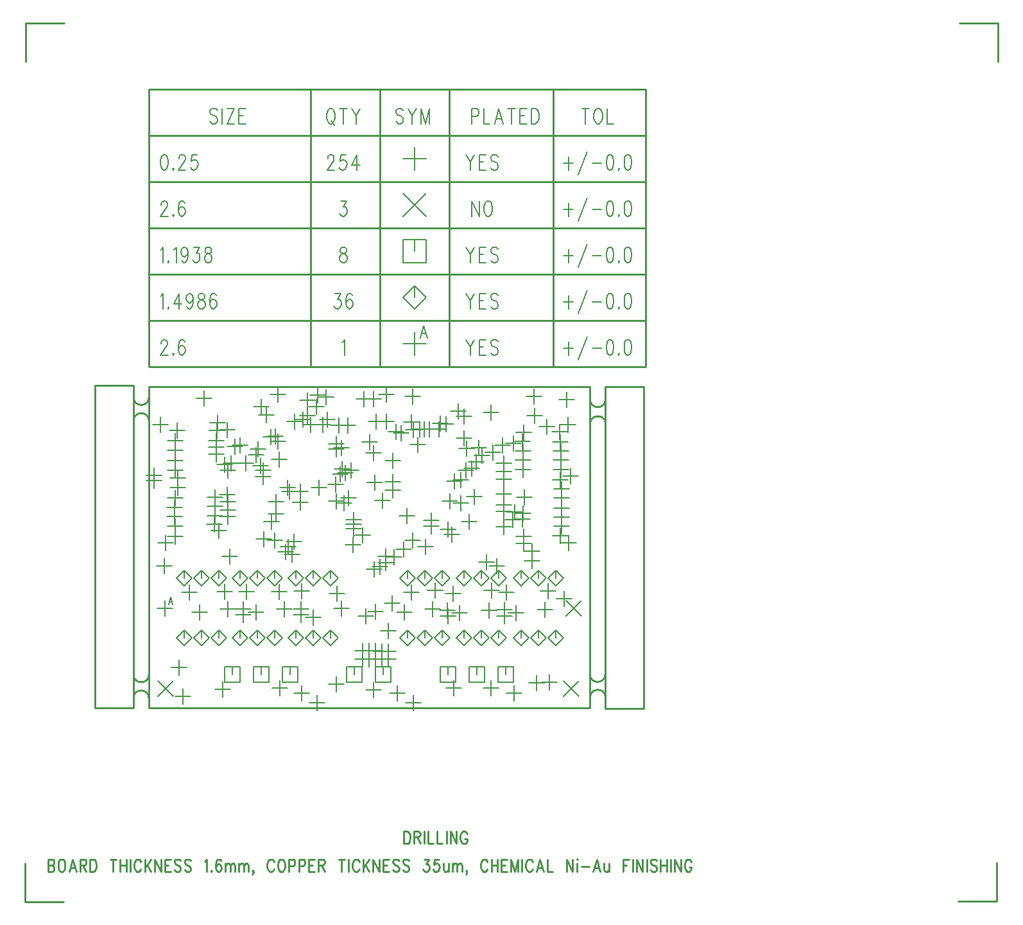
<source format=gbr>
*
*
G04 PADS Layout (Build Number 2007.21.1) generated Gerber (RS-274-X) file*
G04 PC Version=2.1*
*
%IN "2FOC-002.pcb"*%
*
%MOIN*%
*
%FSLAX35Y35*%
*
*
*
*
G04 PC Standard Apertures*
*
*
G04 Thermal Relief Aperture macro.*
%AMTER*
1,1,$1,0,0*
1,0,$1-$2,0,0*
21,0,$3,$4,0,0,45*
21,0,$3,$4,0,0,135*
%
*
*
G04 Annular Aperture macro.*
%AMANN*
1,1,$1,0,0*
1,0,$2,0,0*
%
*
*
G04 Odd Aperture macro.*
%AMODD*
1,1,$1,0,0*
1,0,$1-0.005,0,0*
%
*
*
G04 PC Custom Aperture Macros*
*
*
*
*
*
*
G04 PC Aperture Table*
*
%ADD010C,0.01*%
%ADD015C,0.008*%
%ADD070C,0.001*%
*
*
*
*
G04 PC Circuitry*
G04 Layer Name 2FOC-002.pcb - circuitry*
%LPD*%
*
*
G04 PC Custom Flashes*
G04 Layer Name 2FOC-002.pcb - flashes*
%LPD*%
*
*
G04 PC Circuitry*
G04 Layer Name 2FOC-002.pcb - circuitry*
%LPD*%
*
G54D10*
G01X1944094Y1408688D02*
Y1402126D01*
Y1408688D02*
X1945685D01*
X1946367Y1408376*
X1946822Y1407751*
X1947049Y1407126*
X1947276Y1406188*
Y1404626*
X1947049Y1403688*
X1946822Y1403063*
X1946367Y1402438*
X1945685Y1402126*
X1944094*
X1949322Y1408688D02*
Y1402126D01*
Y1408688D02*
X1951367D01*
X1952049Y1408376*
X1952276Y1408063*
X1952504Y1407438*
Y1406813*
X1952276Y1406188*
X1952049Y1405876*
X1951367Y1405563*
X1949322*
X1950913D02*
X1952504Y1402126D01*
X1954549Y1408688D02*
Y1402126D01*
X1956594Y1408688D02*
Y1402126D01*
X1959322*
X1961367Y1408688D02*
Y1402126D01*
X1964094*
X1966140Y1408688D02*
Y1402126D01*
X1968185Y1408688D02*
Y1402126D01*
Y1408688D02*
X1971367Y1402126D01*
Y1408688D02*
Y1402126D01*
X1976822Y1407126D02*
X1976594Y1407751D01*
X1976140Y1408376*
X1975685Y1408688*
X1974776*
X1974322Y1408376*
X1973867Y1407751*
X1973640Y1407126*
X1973413Y1406188*
Y1404626*
X1973640Y1403688*
X1973867Y1403063*
X1974322Y1402438*
X1974776Y1402126*
X1975685*
X1976140Y1402438*
X1976594Y1403063*
X1976822Y1403688*
Y1404626*
X1975685D02*
X1976822D01*
X1759252Y1394122D02*
Y1387559D01*
Y1394122D02*
X1761297D01*
X1761979Y1393809*
X1762207Y1393497*
X1762434Y1392872*
Y1392247*
X1762207Y1391622*
X1761979Y1391309*
X1761297Y1390997*
X1759252D02*
X1761297D01*
X1761979Y1390684*
X1762207Y1390372*
X1762434Y1389747*
Y1388809*
X1762207Y1388184*
X1761979Y1387872*
X1761297Y1387559*
X1759252*
X1765843Y1394122D02*
X1765388Y1393809D01*
X1764934Y1393184*
X1764707Y1392559*
X1764479Y1391622*
Y1390059*
X1764707Y1389122*
X1764934Y1388497*
X1765388Y1387872*
X1765843Y1387559*
X1766752*
X1767207Y1387872*
X1767661Y1388497*
X1767888Y1389122*
X1768116Y1390059*
Y1391622*
X1767888Y1392559*
X1767661Y1393184*
X1767207Y1393809*
X1766752Y1394122*
X1765843*
X1771979D02*
X1770161Y1387559D01*
X1771979Y1394122D02*
X1773797Y1387559D01*
X1770843Y1389747D02*
X1773116D01*
X1775843Y1394122D02*
Y1387559D01*
Y1394122D02*
X1777888D01*
X1778570Y1393809*
X1778797Y1393497*
X1779025Y1392872*
Y1392247*
X1778797Y1391622*
X1778570Y1391309*
X1777888Y1390997*
X1775843*
X1777434D02*
X1779025Y1387559D01*
X1781070Y1394122D02*
Y1387559D01*
Y1394122D02*
X1782661D01*
X1783343Y1393809*
X1783797Y1393184*
X1784025Y1392559*
X1784252Y1391622*
Y1390059*
X1784025Y1389122*
X1783797Y1388497*
X1783343Y1387872*
X1782661Y1387559*
X1781070*
X1793116Y1394122D02*
Y1387559D01*
X1791525Y1394122D02*
X1794707D01*
X1796752D02*
Y1387559D01*
X1799934Y1394122D02*
Y1387559D01*
X1796752Y1390997D02*
X1799934D01*
X1801979Y1394122D02*
Y1387559D01*
X1807434Y1392559D02*
X1807207Y1393184D01*
X1806752Y1393809*
X1806297Y1394122*
X1805388*
X1804934Y1393809*
X1804479Y1393184*
X1804252Y1392559*
X1804025Y1391622*
Y1390059*
X1804252Y1389122*
X1804479Y1388497*
X1804934Y1387872*
X1805388Y1387559*
X1806297*
X1806752Y1387872*
X1807207Y1388497*
X1807434Y1389122*
X1809479Y1394122D02*
Y1387559D01*
X1812661Y1394122D02*
X1809479Y1389747D01*
X1810616Y1391309D02*
X1812661Y1387559D01*
X1814707Y1394122D02*
Y1387559D01*
Y1394122D02*
X1817888Y1387559D01*
Y1394122D02*
Y1387559D01*
X1819934Y1394122D02*
Y1387559D01*
Y1394122D02*
X1822888D01*
X1819934Y1390997D02*
X1821752D01*
X1819934Y1387559D02*
X1822888D01*
X1828116Y1393184D02*
X1827661Y1393809D01*
X1826979Y1394122*
X1826070*
X1825388Y1393809*
X1824934Y1393184*
Y1392559*
X1825161Y1391934*
X1825388Y1391622*
X1825843Y1391309*
X1827207Y1390684*
X1827661Y1390372*
X1827888Y1390059*
X1828116Y1389434*
Y1388497*
X1827661Y1387872*
X1826979Y1387559*
X1826070*
X1825388Y1387872*
X1824934Y1388497*
X1833343Y1393184D02*
X1832888Y1393809D01*
X1832207Y1394122*
X1831297*
X1830616Y1393809*
X1830161Y1393184*
Y1392559*
X1830388Y1391934*
X1830616Y1391622*
X1831070Y1391309*
X1832434Y1390684*
X1832888Y1390372*
X1833116Y1390059*
X1833343Y1389434*
Y1388497*
X1832888Y1387872*
X1832207Y1387559*
X1831297*
X1830616Y1387872*
X1830161Y1388497*
X1840616Y1392872D02*
X1841070Y1393184D01*
X1841752Y1394122*
Y1387559*
X1844025Y1388184D02*
X1843797Y1387872D01*
X1844025Y1387559*
X1844252Y1387872*
X1844025Y1388184*
X1849025Y1393184D02*
X1848797Y1393809D01*
X1848116Y1394122*
X1847661*
X1846979Y1393809*
X1846525Y1392872*
X1846297Y1391309*
Y1389747*
X1846525Y1388497*
X1846979Y1387872*
X1847661Y1387559*
X1847888*
X1848570Y1387872*
X1849025Y1388497*
X1849252Y1389434*
Y1389747*
X1849025Y1390684*
X1848570Y1391309*
X1847888Y1391622*
X1847661*
X1846979Y1391309*
X1846525Y1390684*
X1846297Y1389747*
X1851297Y1391934D02*
Y1387559D01*
Y1390684D02*
X1851979Y1391622D01*
X1852434Y1391934*
X1853116*
X1853570Y1391622*
X1853797Y1390684*
Y1387559*
Y1390684D02*
X1854479Y1391622D01*
X1854934Y1391934*
X1855616*
X1856070Y1391622*
X1856297Y1390684*
Y1387559*
X1858343Y1391934D02*
Y1387559D01*
Y1390684D02*
X1859025Y1391622D01*
X1859479Y1391934*
X1860161*
X1860616Y1391622*
X1860843Y1390684*
Y1387559*
Y1390684D02*
X1861525Y1391622D01*
X1861979Y1391934*
X1862661*
X1863116Y1391622*
X1863343Y1390684*
Y1387559*
X1865843Y1387872D02*
X1865616Y1387559D01*
X1865388Y1387872*
X1865616Y1388184*
X1865843Y1387872*
Y1387247*
X1865616Y1386622*
X1865388Y1386309*
X1876525Y1392559D02*
X1876297Y1393184D01*
X1875843Y1393809*
X1875388Y1394122*
X1874479*
X1874025Y1393809*
X1873570Y1393184*
X1873343Y1392559*
X1873116Y1391622*
Y1390059*
X1873343Y1389122*
X1873570Y1388497*
X1874025Y1387872*
X1874479Y1387559*
X1875388*
X1875843Y1387872*
X1876297Y1388497*
X1876525Y1389122*
X1879934Y1394122D02*
X1879479Y1393809D01*
X1879025Y1393184*
X1878797Y1392559*
X1878570Y1391622*
Y1390059*
X1878797Y1389122*
X1879025Y1388497*
X1879479Y1387872*
X1879934Y1387559*
X1880843*
X1881297Y1387872*
X1881752Y1388497*
X1881979Y1389122*
X1882207Y1390059*
Y1391622*
X1881979Y1392559*
X1881752Y1393184*
X1881297Y1393809*
X1880843Y1394122*
X1879934*
X1884252D02*
Y1387559D01*
Y1394122D02*
X1886297D01*
X1886979Y1393809*
X1887207Y1393497*
X1887434Y1392872*
Y1391934*
X1887207Y1391309*
X1886979Y1390997*
X1886297Y1390684*
X1884252*
X1889479Y1394122D02*
Y1387559D01*
Y1394122D02*
X1891525D01*
X1892207Y1393809*
X1892434Y1393497*
X1892661Y1392872*
Y1391934*
X1892434Y1391309*
X1892207Y1390997*
X1891525Y1390684*
X1889479*
X1894707Y1394122D02*
Y1387559D01*
Y1394122D02*
X1897661D01*
X1894707Y1390997D02*
X1896525D01*
X1894707Y1387559D02*
X1897661D01*
X1899707Y1394122D02*
Y1387559D01*
Y1394122D02*
X1901752D01*
X1902434Y1393809*
X1902661Y1393497*
X1902888Y1392872*
Y1392247*
X1902661Y1391622*
X1902434Y1391309*
X1901752Y1390997*
X1899707*
X1901297D02*
X1902888Y1387559D01*
X1911752Y1394122D02*
Y1387559D01*
X1910161Y1394122D02*
X1913343D01*
X1915388D02*
Y1387559D01*
X1920843Y1392559D02*
X1920616Y1393184D01*
X1920161Y1393809*
X1919707Y1394122*
X1918797*
X1918343Y1393809*
X1917888Y1393184*
X1917661Y1392559*
X1917434Y1391622*
Y1390059*
X1917661Y1389122*
X1917888Y1388497*
X1918343Y1387872*
X1918797Y1387559*
X1919707*
X1920161Y1387872*
X1920616Y1388497*
X1920843Y1389122*
X1922888Y1394122D02*
Y1387559D01*
X1926070Y1394122D02*
X1922888Y1389747D01*
X1924025Y1391309D02*
X1926070Y1387559D01*
X1928116Y1394122D02*
Y1387559D01*
Y1394122D02*
X1931297Y1387559D01*
Y1394122D02*
Y1387559D01*
X1933343Y1394122D02*
Y1387559D01*
Y1394122D02*
X1936297D01*
X1933343Y1390997D02*
X1935161D01*
X1933343Y1387559D02*
X1936297D01*
X1941525Y1393184D02*
X1941070Y1393809D01*
X1940388Y1394122*
X1939479*
X1938797Y1393809*
X1938343Y1393184*
Y1392559*
X1938570Y1391934*
X1938797Y1391622*
X1939252Y1391309*
X1940616Y1390684*
X1941070Y1390372*
X1941297Y1390059*
X1941525Y1389434*
Y1388497*
X1941070Y1387872*
X1940388Y1387559*
X1939479*
X1938797Y1387872*
X1938343Y1388497*
X1946752Y1393184D02*
X1946297Y1393809D01*
X1945616Y1394122*
X1944707*
X1944025Y1393809*
X1943570Y1393184*
Y1392559*
X1943797Y1391934*
X1944025Y1391622*
X1944479Y1391309*
X1945843Y1390684*
X1946297Y1390372*
X1946525Y1390059*
X1946752Y1389434*
Y1388497*
X1946297Y1387872*
X1945616Y1387559*
X1944707*
X1944025Y1387872*
X1943570Y1388497*
X1954479Y1394122D02*
X1956979D01*
X1955616Y1391622*
X1956297*
X1956752Y1391309*
X1956979Y1390997*
X1957207Y1390059*
Y1389434*
X1956979Y1388497*
X1956525Y1387872*
X1955843Y1387559*
X1955161*
X1954479Y1387872*
X1954252Y1388184*
X1954025Y1388809*
X1962207Y1394122D02*
X1959934D01*
X1959707Y1391309*
X1959934Y1391622*
X1960616Y1391934*
X1961297*
X1961979Y1391622*
X1962434Y1390997*
X1962661Y1390059*
X1962434Y1389434*
X1962207Y1388497*
X1961752Y1387872*
X1961070Y1387559*
X1960388*
X1959707Y1387872*
X1959479Y1388184*
X1959252Y1388809*
X1964707Y1391934D02*
Y1388809D01*
X1964934Y1387872*
X1965388Y1387559*
X1966070*
X1966525Y1387872*
X1967207Y1388809*
Y1391934D02*
Y1387559D01*
X1969252Y1391934D02*
Y1387559D01*
Y1390684D02*
X1969934Y1391622D01*
X1970388Y1391934*
X1971070*
X1971525Y1391622*
X1971752Y1390684*
Y1387559*
Y1390684D02*
X1972434Y1391622D01*
X1972888Y1391934*
X1973570*
X1974025Y1391622*
X1974252Y1390684*
Y1387559*
X1976752Y1387872D02*
X1976525Y1387559D01*
X1976297Y1387872*
X1976525Y1388184*
X1976752Y1387872*
Y1387247*
X1976525Y1386622*
X1976297Y1386309*
X1987434Y1392559D02*
X1987207Y1393184D01*
X1986752Y1393809*
X1986297Y1394122*
X1985388*
X1984934Y1393809*
X1984479Y1393184*
X1984252Y1392559*
X1984025Y1391622*
Y1390059*
X1984252Y1389122*
X1984479Y1388497*
X1984934Y1387872*
X1985388Y1387559*
X1986297*
X1986752Y1387872*
X1987207Y1388497*
X1987434Y1389122*
X1989479Y1394122D02*
Y1387559D01*
X1992661Y1394122D02*
Y1387559D01*
X1989479Y1390997D02*
X1992661D01*
X1994707Y1394122D02*
Y1387559D01*
Y1394122D02*
X1997661D01*
X1994707Y1390997D02*
X1996525D01*
X1994707Y1387559D02*
X1997661D01*
X1999707Y1394122D02*
Y1387559D01*
Y1394122D02*
X2001525Y1387559D01*
X2003343Y1394122D02*
X2001525Y1387559D01*
X2003343Y1394122D02*
Y1387559D01*
X2005388Y1394122D02*
Y1387559D01*
X2010843Y1392559D02*
X2010616Y1393184D01*
X2010161Y1393809*
X2009707Y1394122*
X2008797*
X2008343Y1393809*
X2007888Y1393184*
X2007661Y1392559*
X2007434Y1391622*
Y1390059*
X2007661Y1389122*
X2007888Y1388497*
X2008343Y1387872*
X2008797Y1387559*
X2009707*
X2010161Y1387872*
X2010616Y1388497*
X2010843Y1389122*
X2014707Y1394122D02*
X2012888Y1387559D01*
X2014707Y1394122D02*
X2016525Y1387559D01*
X2013570Y1389747D02*
X2015843D01*
X2018570Y1394122D02*
Y1387559D01*
X2021297*
X2028570Y1394122D02*
Y1387559D01*
Y1394122D02*
X2031752Y1387559D01*
Y1394122D02*
Y1387559D01*
X2033797Y1394122D02*
X2034025Y1393809D01*
X2034252Y1394122*
X2034025Y1394434*
X2033797Y1394122*
X2034025Y1391934D02*
Y1387559D01*
X2036297Y1390372D02*
X2040388D01*
X2044252Y1394122D02*
X2042434Y1387559D01*
X2044252Y1394122D02*
X2046070Y1387559D01*
X2043116Y1389747D02*
X2045388D01*
X2048116Y1391934D02*
Y1388809D01*
X2048343Y1387872*
X2048797Y1387559*
X2049479*
X2049934Y1387872*
X2050616Y1388809*
Y1391934D02*
Y1387559D01*
X2057888Y1394122D02*
Y1387559D01*
Y1394122D02*
X2060843D01*
X2057888Y1390997D02*
X2059707D01*
X2062888Y1394122D02*
Y1387559D01*
X2064934Y1394122D02*
Y1387559D01*
Y1394122D02*
X2068116Y1387559D01*
Y1394122D02*
Y1387559D01*
X2070161Y1394122D02*
Y1387559D01*
X2075388Y1393184D02*
X2074934Y1393809D01*
X2074252Y1394122*
X2073343*
X2072661Y1393809*
X2072207Y1393184*
Y1392559*
X2072434Y1391934*
X2072661Y1391622*
X2073116Y1391309*
X2074479Y1390684*
X2074934Y1390372*
X2075161Y1390059*
X2075388Y1389434*
Y1388497*
X2074934Y1387872*
X2074252Y1387559*
X2073343*
X2072661Y1387872*
X2072207Y1388497*
X2077434Y1394122D02*
Y1387559D01*
X2080616Y1394122D02*
Y1387559D01*
X2077434Y1390997D02*
X2080616D01*
X2082661Y1394122D02*
Y1387559D01*
X2084707Y1394122D02*
Y1387559D01*
Y1394122D02*
X2087888Y1387559D01*
Y1394122D02*
Y1387559D01*
X2093343Y1392559D02*
X2093116Y1393184D01*
X2092661Y1393809*
X2092207Y1394122*
X2091297*
X2090843Y1393809*
X2090388Y1393184*
X2090161Y1392559*
X2089934Y1391622*
Y1390059*
X2090161Y1389122*
X2090388Y1388497*
X2090843Y1387872*
X2091297Y1387559*
X2092207*
X2092661Y1387872*
X2093116Y1388497*
X2093343Y1389122*
Y1390059*
X2092207D02*
X2093343D01*
X1811638Y1472618D02*
X2040748D01*
Y1639331*
X1811638*
Y1472618*
X1767520Y1828110D02*
X1747520D01*
Y1808110*
X1747441Y1391890D02*
Y1371890D01*
X1767441*
X2232087Y1372205D02*
X2252087D01*
Y1392205*
X2252559Y1808031D02*
Y1828031D01*
X2232559*
X1803543Y1640118D02*
Y1472598D01*
X1783465*
Y1639921*
X1803346*
X2040757Y1632696D02*
G75*
G03X2048757I4000J0D01*
G01X2048791Y1619988D02*
G03X2040791I-4000J-0D01*
G01X1803664Y1633822D02*
G03X1811664I4000J0D01*
G01X1811677Y1621551D02*
G03X1803677I-4000J0D01*
G01X1803664Y1489924D02*
G03X1811664I4000J0D01*
G01X1811612Y1477656D02*
G03X1803612I-4000J-0D01*
G01X2040672Y1490121D02*
G03X2048672I4000J0D01*
G01X2068504Y1472205D02*
X2048728D01*
Y1639331*
X2068504*
Y1472205*
X2048805Y1478060D02*
G03X2040805I-4000J-0D01*
G01X1811638Y1793783D02*
X2069638D01*
X1811638Y1769783D02*
X2069638D01*
X1811638Y1745783D02*
X2069638D01*
X1811638Y1721783D02*
X2069638D01*
X1811638Y1697783D02*
X2069638D01*
X1811638Y1673783D02*
X2069638D01*
X1811638Y1649783D02*
X2069638D01*
X1811638Y1793783D02*
Y1649783D01*
X1895638Y1793783D02*
Y1649783D01*
X1931638Y1793783D02*
Y1649783D01*
X1967638Y1793783D02*
Y1649783D01*
X2021638Y1793783D02*
Y1649783D01*
X2069638Y1793783D02*
Y1649783D01*
G54D15*
X1829811Y1504795D02*
X1833811Y1508795D01*
X1829811Y1512795*
X1825811Y1508795*
X1829811Y1504795*
Y1508795D02*
Y1512795D01*
X1838811Y1504795D02*
X1842811Y1508795D01*
X1838811Y1512795*
X1834811Y1508795*
X1838811Y1504795*
Y1508795D02*
Y1512795D01*
X1847811Y1504795D02*
X1851811Y1508795D01*
X1847811Y1512795*
X1843811Y1508795*
X1847811Y1504795*
Y1508795D02*
Y1512795D01*
X1858811Y1504795D02*
X1862811Y1508795D01*
X1858811Y1512795*
X1854811Y1508795*
X1858811Y1504795*
Y1508795D02*
Y1512795D01*
X1867811Y1504795D02*
X1871811Y1508795D01*
X1867811Y1512795*
X1863811Y1508795*
X1867811Y1504795*
Y1508795D02*
Y1512795D01*
X1876811Y1504795D02*
X1880811Y1508795D01*
X1876811Y1512795*
X1872811Y1508795*
X1876811Y1504795*
Y1508795D02*
Y1512795D01*
X1887811Y1504795D02*
X1891811Y1508795D01*
X1887811Y1512795*
X1883811Y1508795*
X1887811Y1504795*
Y1508795D02*
Y1512795D01*
X1896811Y1504795D02*
X1900811Y1508795D01*
X1896811Y1512795*
X1892811Y1508795*
X1896811Y1504795*
Y1508795D02*
Y1512795D01*
X1905811Y1504795D02*
X1909811Y1508795D01*
X1905811Y1512795*
X1901811Y1508795*
X1905811Y1504795*
Y1508795D02*
Y1512795D01*
X1847811Y1535795D02*
X1851811Y1539795D01*
X1847811Y1543795*
X1843811Y1539795*
X1847811Y1535795*
Y1539795D02*
Y1543795D01*
X1838811Y1535795D02*
X1842811Y1539795D01*
X1838811Y1543795*
X1834811Y1539795*
X1838811Y1535795*
Y1539795D02*
Y1543795D01*
X1829811Y1535795D02*
X1833811Y1539795D01*
X1829811Y1543795*
X1825811Y1539795*
X1829811Y1535795*
Y1539795D02*
Y1543795D01*
X1876811Y1535795D02*
X1880811Y1539795D01*
X1876811Y1543795*
X1872811Y1539795*
X1876811Y1535795*
Y1539795D02*
Y1543795D01*
X1867811Y1535795D02*
X1871811Y1539795D01*
X1867811Y1543795*
X1863811Y1539795*
X1867811Y1535795*
Y1539795D02*
Y1543795D01*
X1858811Y1535795D02*
X1862811Y1539795D01*
X1858811Y1543795*
X1854811Y1539795*
X1858811Y1535795*
Y1539795D02*
Y1543795D01*
X1905811Y1535795D02*
X1909811Y1539795D01*
X1905811Y1543795*
X1901811Y1539795*
X1905811Y1535795*
Y1539795D02*
Y1543795D01*
X1896811Y1535795D02*
X1900811Y1539795D01*
X1896811Y1543795*
X1892811Y1539795*
X1896811Y1535795*
Y1539795D02*
Y1543795D01*
X1887811Y1535795D02*
X1891811Y1539795D01*
X1887811Y1543795*
X1883811Y1539795*
X1887811Y1535795*
Y1539795D02*
Y1543795D01*
X1945811Y1504795D02*
X1949811Y1508795D01*
X1945811Y1512795*
X1941811Y1508795*
X1945811Y1504795*
Y1508795D02*
Y1512795D01*
X1954811Y1504795D02*
X1958811Y1508795D01*
X1954811Y1512795*
X1950811Y1508795*
X1954811Y1504795*
Y1508795D02*
Y1512795D01*
X1963811Y1504795D02*
X1967811Y1508795D01*
X1963811Y1512795*
X1959811Y1508795*
X1963811Y1504795*
Y1508795D02*
Y1512795D01*
X1975311Y1504795D02*
X1979311Y1508795D01*
X1975311Y1512795*
X1971311Y1508795*
X1975311Y1504795*
Y1508795D02*
Y1512795D01*
X1984311Y1504795D02*
X1988311Y1508795D01*
X1984311Y1512795*
X1980311Y1508795*
X1984311Y1504795*
Y1508795D02*
Y1512795D01*
X1993311Y1504795D02*
X1997311Y1508795D01*
X1993311Y1512795*
X1989311Y1508795*
X1993311Y1504795*
Y1508795D02*
Y1512795D01*
X2004811Y1504795D02*
X2008811Y1508795D01*
X2004811Y1512795*
X2000811Y1508795*
X2004811Y1504795*
Y1508795D02*
Y1512795D01*
X2013811Y1504795D02*
X2017811Y1508795D01*
X2013811Y1512795*
X2009811Y1508795*
X2013811Y1504795*
Y1508795D02*
Y1512795D01*
X2022811Y1504795D02*
X2026811Y1508795D01*
X2022811Y1512795*
X2018811Y1508795*
X2022811Y1504795*
Y1508795D02*
Y1512795D01*
X1963811Y1535795D02*
X1967811Y1539795D01*
X1963811Y1543795*
X1959811Y1539795*
X1963811Y1535795*
Y1539795D02*
Y1543795D01*
X1954811Y1535795D02*
X1958811Y1539795D01*
X1954811Y1543795*
X1950811Y1539795*
X1954811Y1535795*
Y1539795D02*
Y1543795D01*
X1945811Y1535795D02*
X1949811Y1539795D01*
X1945811Y1543795*
X1941811Y1539795*
X1945811Y1535795*
Y1539795D02*
Y1543795D01*
X1993311Y1535795D02*
X1997311Y1539795D01*
X1993311Y1543795*
X1989311Y1539795*
X1993311Y1535795*
Y1539795D02*
Y1543795D01*
X1984311Y1535795D02*
X1988311Y1539795D01*
X1984311Y1543795*
X1980311Y1539795*
X1984311Y1535795*
Y1539795D02*
Y1543795D01*
X1975311Y1535795D02*
X1979311Y1539795D01*
X1975311Y1543795*
X1971311Y1539795*
X1975311Y1535795*
Y1539795D02*
Y1543795D01*
X2022811Y1535795D02*
X2026811Y1539795D01*
X2022811Y1543795*
X2018811Y1539795*
X2022811Y1535795*
Y1539795D02*
Y1543795D01*
X2013811Y1535795D02*
X2017811Y1539795D01*
X2013811Y1543795*
X2009811Y1539795*
X2013811Y1535795*
Y1539795D02*
Y1543795D01*
X2004811Y1535795D02*
X2008811Y1539795D01*
X2004811Y1543795*
X2000811Y1539795*
X2004811Y1535795*
Y1539795D02*
Y1543795D01*
X1914311Y1485795D02*
X1922311D01*
Y1493795*
X1914311*
Y1485795*
X1918311Y1489795D02*
Y1493795D01*
X1929311Y1485795D02*
X1937311D01*
Y1493795*
X1929311*
Y1485795*
X1933311Y1489795D02*
Y1493795D01*
X1850811Y1485795D02*
X1858811D01*
Y1493795*
X1850811*
Y1485795*
X1854811Y1489795D02*
Y1493795D01*
X1865811Y1485795D02*
X1873811D01*
Y1493795*
X1865811*
Y1485795*
X1869811Y1489795D02*
Y1493795D01*
X1880811Y1485795D02*
X1888811D01*
Y1493795*
X1880811*
Y1485795*
X1884811Y1489795D02*
Y1493795D01*
X1962811Y1485795D02*
X1970811D01*
Y1493795*
X1962811*
Y1485795*
X1966811Y1489795D02*
Y1493795D01*
X1977811Y1485795D02*
X1985811D01*
Y1493795*
X1977811*
Y1485795*
X1981811Y1489795D02*
Y1493795D01*
X1992811Y1485795D02*
X2000811D01*
Y1493795*
X1992811*
Y1485795*
X1996811Y1489795D02*
Y1493795D01*
X1816299Y1478461D02*
X1824299Y1486461D01*
X1816299D02*
X1824299Y1478461D01*
X2026929D02*
X2034929Y1486461D01*
X2026929D02*
X2034929Y1478461D01*
X1815843Y1524295D02*
X1823843D01*
X1819843Y1520295D02*
Y1528295D01*
X1822933Y1530233D02*
X1821843Y1526295D01*
X1822933Y1530233D02*
X1824024Y1526295D01*
X1822252Y1527608D02*
X1823615D01*
X2028441Y1520295D02*
X2036441Y1528295D01*
X2028441D02*
X2036441Y1520295D01*
X1823386Y1493681D02*
X1831386D01*
X1827386Y1489681D02*
Y1497681D01*
X1825134Y1478504D02*
X1833134D01*
X1829134Y1474504D02*
Y1482504D01*
X1846000Y1482441D02*
X1854000D01*
X1850000Y1478441D02*
Y1486441D01*
X1875748Y1483051D02*
X1883748D01*
X1879748Y1479051D02*
Y1487051D01*
X1886945Y1480276D02*
X1894945D01*
X1890945Y1476276D02*
Y1484276D01*
X1904882Y1484823D02*
X1912882D01*
X1908882Y1480823D02*
Y1488823D01*
X1895016Y1475157D02*
X1903016D01*
X1899016Y1471157D02*
Y1479157D01*
X1924173Y1481870D02*
X1932173D01*
X1928173Y1477870D02*
Y1485870D01*
X1936748Y1480295D02*
X1944748D01*
X1940748Y1476295D02*
Y1484295D01*
X1945016Y1475354D02*
X1953016D01*
X1949016Y1471354D02*
Y1479354D01*
X1965906Y1482854D02*
X1973906D01*
X1969906Y1478854D02*
Y1486854D01*
X1985197Y1482854D02*
X1993197D01*
X1989197Y1478854D02*
Y1486854D01*
X1997378Y1480276D02*
X2005378D01*
X2001378Y1476276D02*
Y1484276D01*
X2008795Y1485591D02*
X2016795D01*
X2012795Y1481591D02*
Y1489591D01*
X2015685Y1485984D02*
X2023685D01*
X2019685Y1481984D02*
Y1489984D01*
X1928677Y1501929D02*
X1936677D01*
X1932677Y1497929D02*
Y1505929D01*
X1925134Y1502126D02*
X1933134D01*
X1929134Y1498126D02*
Y1506126D01*
X1921787Y1502126D02*
X1929787D01*
X1925787Y1498126D02*
Y1506126D01*
X1918638Y1502126D02*
X1926638D01*
X1922638Y1498126D02*
Y1506126D01*
X1918638Y1497795D02*
X1926638D01*
X1922638Y1493795D02*
Y1501795D01*
X1921787Y1497795D02*
X1929787D01*
X1925787Y1493795D02*
Y1501795D01*
X1925134Y1497795D02*
X1933134D01*
X1929134Y1493795D02*
Y1501795D01*
X1928677Y1497795D02*
X1936677D01*
X1932677Y1493795D02*
Y1501795D01*
X1932047Y1512579D02*
X1940047D01*
X1936047Y1508579D02*
Y1516579D01*
X1932024Y1501929D02*
X1940024D01*
X1936024Y1497929D02*
Y1505929D01*
X1932024Y1497795D02*
X1940024D01*
X1936024Y1493795D02*
Y1501795D01*
X1828480Y1532638D02*
X1836480D01*
X1832480Y1528638D02*
Y1536638D01*
X1833819Y1522421D02*
X1841819D01*
X1837819Y1518421D02*
Y1526421D01*
X1847008Y1533051D02*
X1855008D01*
X1851008Y1529051D02*
Y1537051D01*
X1848780Y1523996D02*
X1856780D01*
X1852780Y1519996D02*
Y1527996D01*
X1863150Y1522421D02*
X1871150D01*
X1867150Y1518421D02*
Y1526421D01*
X1856654Y1523996D02*
X1864654D01*
X1860654Y1519996D02*
Y1527996D01*
X1856654Y1520846D02*
X1864654D01*
X1860654Y1516846D02*
Y1524846D01*
X1858205Y1532835D02*
X1866205D01*
X1862205Y1528835D02*
Y1536835D01*
X1886772Y1523996D02*
X1894772D01*
X1890772Y1519996D02*
Y1527996D01*
X1886772Y1520846D02*
X1894772D01*
X1890772Y1516846D02*
Y1524846D01*
X1886945Y1533228D02*
X1894945D01*
X1890945Y1529228D02*
Y1537228D01*
X1875157Y1533051D02*
X1883157D01*
X1879157Y1529051D02*
Y1537051D01*
X1878087Y1523976D02*
X1886087D01*
X1882087Y1519976D02*
Y1527976D01*
X1893071Y1519469D02*
X1901071D01*
X1897071Y1515469D02*
Y1523469D01*
X1907614Y1524173D02*
X1915614D01*
X1911614Y1520173D02*
Y1528173D01*
X1905276Y1532067D02*
X1913276D01*
X1909276Y1528067D02*
Y1536067D01*
X1925354Y1522618D02*
X1933354D01*
X1929354Y1518618D02*
Y1526618D01*
X1920213Y1520236D02*
X1928213D01*
X1924213Y1516236D02*
Y1524236D01*
X1934016Y1526949D02*
X1942016D01*
X1938016Y1522949D02*
Y1530949D01*
X1940315Y1522421D02*
X1948315D01*
X1944315Y1518421D02*
Y1526421D01*
X1944055Y1532461D02*
X1952055D01*
X1948055Y1528461D02*
Y1536461D01*
X1969055Y1521831D02*
X1977055D01*
X1973055Y1517831D02*
Y1525831D01*
X1962953Y1520256D02*
X1970953D01*
X1966953Y1516256D02*
Y1524256D01*
X1962756Y1523406D02*
X1970756D01*
X1966756Y1519406D02*
Y1527406D01*
X1956260Y1533642D02*
X1964260D01*
X1960260Y1529642D02*
Y1537642D01*
X1965512Y1532067D02*
X1973512D01*
X1969512Y1528067D02*
Y1536067D01*
X1955079Y1523799D02*
X1963079D01*
X1959079Y1519799D02*
Y1527799D01*
X1985591Y1533642D02*
X1993591D01*
X1989591Y1529642D02*
Y1537642D01*
X1984213Y1523406D02*
X1992213D01*
X1988213Y1519406D02*
Y1527406D01*
X1992283Y1520453D02*
X2000283D01*
X1996283Y1516453D02*
Y1524453D01*
X1992283Y1523602D02*
X2000283D01*
X1996283Y1519602D02*
Y1527602D01*
X1998386Y1522028D02*
X2006386D01*
X2002386Y1518028D02*
Y1526028D01*
X1993268Y1532461D02*
X2001268D01*
X1997268Y1528461D02*
Y1536461D01*
X2023386Y1529311D02*
X2031386D01*
X2027386Y1525311D02*
Y1533311D01*
X2013346Y1523602D02*
X2021346D01*
X2017346Y1519602D02*
Y1527602D01*
X2015118Y1533445D02*
X2023118D01*
X2019118Y1529445D02*
Y1537445D01*
X1815488Y1546220D02*
X1823488D01*
X1819488Y1542220D02*
Y1550220D01*
X1849567Y1551161D02*
X1857567D01*
X1853567Y1547161D02*
Y1555161D01*
X1878701Y1553720D02*
X1886701D01*
X1882701Y1549720D02*
Y1557720D01*
X1881850Y1552343D02*
X1889850D01*
X1885850Y1548343D02*
Y1556343D01*
X1924567Y1544469D02*
X1932567D01*
X1928567Y1540469D02*
Y1548469D01*
X1927520Y1545846D02*
X1935520D01*
X1931520Y1541846D02*
Y1549846D01*
X1935000Y1550965D02*
X1943000D01*
X1939000Y1546965D02*
Y1554965D01*
X1930669Y1547815D02*
X1938669D01*
X1934669Y1543815D02*
Y1551815D01*
X1930669Y1551161D02*
X1938669D01*
X1934669Y1547161D02*
Y1555161D01*
X1988150Y1546437D02*
X1996150D01*
X1992150Y1542437D02*
Y1550437D01*
X1982835Y1548209D02*
X1990835D01*
X1986835Y1544209D02*
Y1552209D01*
X2006654Y1548996D02*
X2014654D01*
X2010654Y1544996D02*
Y1552996D01*
X1821197Y1566890D02*
X1829197D01*
X1825197Y1562890D02*
Y1570890D01*
X1816276Y1558425D02*
X1824276D01*
X1820276Y1554425D02*
Y1562425D01*
X1821000Y1572008D02*
X1829000D01*
X1825000Y1568008D02*
Y1576008D01*
X1821197Y1561772D02*
X1829197D01*
X1825197Y1557772D02*
Y1565772D01*
X1841669Y1567874D02*
X1849669D01*
X1845669Y1563874D02*
Y1571874D01*
X1841866Y1572205D02*
X1849866D01*
X1845866Y1568205D02*
Y1576205D01*
X1843835Y1564724D02*
X1851835D01*
X1847835Y1560724D02*
Y1568724D01*
X1848756Y1572008D02*
X1856756D01*
X1852756Y1568008D02*
Y1576008D01*
X1867283Y1560217D02*
X1875283D01*
X1871283Y1556217D02*
Y1564217D01*
X1871417Y1569272D02*
X1879417D01*
X1875417Y1565272D02*
Y1573272D01*
X1873780Y1573406D02*
X1881780D01*
X1877780Y1569406D02*
Y1577406D01*
X1879882Y1556280D02*
X1887882D01*
X1883882Y1552280D02*
Y1560280D01*
X1882835Y1558839D02*
X1890835D01*
X1886835Y1554839D02*
Y1562839D01*
X1872795Y1559626D02*
X1880795D01*
X1876795Y1555626D02*
Y1563626D01*
X1918638Y1562165D02*
X1926638D01*
X1922638Y1558165D02*
Y1566165D01*
X1913913Y1570236D02*
X1921913D01*
X1917913Y1566236D02*
Y1574236D01*
X1913520Y1557244D02*
X1921520D01*
X1917520Y1553244D02*
Y1561244D01*
X1913913Y1567874D02*
X1921913D01*
X1917913Y1563874D02*
Y1571874D01*
X1913913Y1565512D02*
X1921913D01*
X1917913Y1561512D02*
Y1569512D01*
X1939921Y1555098D02*
X1947921D01*
X1943921Y1551098D02*
Y1559098D01*
X1941496Y1572421D02*
X1949496D01*
X1945496Y1568421D02*
Y1576421D01*
X1944646Y1559626D02*
X1952646D01*
X1948646Y1555626D02*
Y1563626D01*
X1954291Y1567106D02*
X1962291D01*
X1958291Y1563106D02*
Y1571106D01*
X1951339Y1556280D02*
X1959339D01*
X1955339Y1552280D02*
Y1560280D01*
X1954291Y1570059D02*
X1962291D01*
X1958291Y1566059D02*
Y1574059D01*
X1964921Y1562579D02*
X1972921D01*
X1968921Y1558579D02*
Y1566579D01*
X1962953Y1565138D02*
X1970953D01*
X1966953Y1561138D02*
Y1569138D01*
X1973976Y1569272D02*
X1981976D01*
X1977976Y1565272D02*
Y1573272D01*
X2002126Y1557854D02*
X2010126D01*
X2006126Y1553854D02*
Y1561854D01*
X2006654Y1554114D02*
X2014654D01*
X2010654Y1550114D02*
Y1558114D01*
X2002102Y1573780D02*
X2010102D01*
X2006102Y1569780D02*
Y1577780D01*
X2001709Y1570630D02*
X2009709D01*
X2005709Y1566630D02*
Y1574630D01*
X1996591Y1570236D02*
X2004591D01*
X2000591Y1566236D02*
Y1574236D01*
X2002299Y1561772D02*
X2010299D01*
X2006299Y1557772D02*
Y1565772D01*
X1992087Y1566516D02*
X2000087D01*
X1996087Y1562516D02*
Y1570516D01*
X2021787Y1571614D02*
X2029787D01*
X2025787Y1567614D02*
Y1575614D01*
X2021787Y1566890D02*
X2029787D01*
X2025787Y1562890D02*
Y1570890D01*
X2025528Y1558425D02*
X2033528D01*
X2029528Y1554425D02*
Y1562425D01*
X2021197Y1561969D02*
X2029197D01*
X2025197Y1557969D02*
Y1565969D01*
X1810197Y1593287D02*
X1818197D01*
X1814197Y1589287D02*
Y1597287D01*
X1810197Y1590728D02*
X1818197D01*
X1814197Y1586728D02*
Y1594728D01*
X1821024Y1576752D02*
X1829024D01*
X1825024Y1572752D02*
Y1580752D01*
X1821197Y1581654D02*
X1829197D01*
X1825197Y1577654D02*
Y1585654D01*
X1822575Y1591890D02*
X1830575D01*
X1826575Y1587890D02*
Y1595890D01*
X1822575Y1586969D02*
X1830575D01*
X1826575Y1582969D02*
Y1590969D01*
X1841866Y1582047D02*
X1849866D01*
X1845866Y1578047D02*
Y1586047D01*
X1841890Y1577146D02*
X1849890D01*
X1845890Y1573146D02*
Y1581146D01*
X1848559Y1579685D02*
X1856559D01*
X1852559Y1575685D02*
Y1583685D01*
X1848362Y1583228D02*
X1856362D01*
X1852362Y1579228D02*
Y1587228D01*
X1848559Y1575354D02*
X1856559D01*
X1852559Y1571354D02*
Y1579354D01*
X1866890Y1592697D02*
X1874890D01*
X1870890Y1588697D02*
Y1596697D01*
X1886378Y1579311D02*
X1894378D01*
X1890378Y1575311D02*
Y1583311D01*
X1873756Y1579685D02*
X1881756D01*
X1877756Y1575685D02*
Y1583685D01*
X1886354Y1584823D02*
X1894354D01*
X1890354Y1580823D02*
Y1588823D01*
X1880646Y1584803D02*
X1888646D01*
X1884646Y1580803D02*
Y1588803D01*
X1879661Y1586969D02*
X1887661D01*
X1883661Y1582969D02*
Y1590969D01*
X1904465Y1588740D02*
X1912465D01*
X1908465Y1584740D02*
Y1592740D01*
X1909016Y1578917D02*
X1917016D01*
X1913016Y1574917D02*
Y1582917D01*
X1905055Y1580079D02*
X1913055D01*
X1909055Y1576079D02*
Y1584079D01*
X1895803Y1586969D02*
X1903803D01*
X1899803Y1582969D02*
Y1590969D01*
X1911157Y1581457D02*
X1919157D01*
X1915157Y1577457D02*
Y1585457D01*
X1924937Y1589724D02*
X1932937D01*
X1928937Y1585724D02*
Y1593724D01*
X1928874Y1580276D02*
X1936874D01*
X1932874Y1576276D02*
Y1584276D01*
X1934386Y1589921D02*
X1942386D01*
X1938386Y1585921D02*
Y1593921D01*
X1934386Y1585787D02*
X1942386D01*
X1938386Y1581787D02*
Y1589787D01*
X1969646Y1578917D02*
X1977646D01*
X1973646Y1574917D02*
Y1582917D01*
X1966299Y1590335D02*
X1974299D01*
X1970299Y1586335D02*
Y1594335D01*
X1963937Y1580098D02*
X1971937D01*
X1967937Y1576098D02*
Y1584098D01*
X1969622Y1590906D02*
X1977622D01*
X1973622Y1586906D02*
Y1594906D01*
X1976732Y1582264D02*
X1984732D01*
X1980732Y1578264D02*
Y1586264D01*
X2002520Y1581870D02*
X2010520D01*
X2006520Y1577870D02*
Y1585870D01*
X1997772Y1574173D02*
X2005772D01*
X2001772Y1570173D02*
Y1578173D01*
X1992063Y1574567D02*
X2000063D01*
X1996063Y1570567D02*
Y1578567D01*
X1992063Y1578110D02*
X2000063D01*
X1996063Y1574110D02*
Y1582110D01*
X1992063Y1583622D02*
X2000063D01*
X1996063Y1579622D02*
Y1587622D01*
X1991866Y1591299D02*
X1999866D01*
X1995866Y1587299D02*
Y1595299D01*
X2026535Y1592894D02*
X2034535D01*
X2030535Y1588894D02*
Y1596894D01*
X2021417Y1590925D02*
X2029417D01*
X2025417Y1586925D02*
Y1594925D01*
X2021787Y1576339D02*
X2029787D01*
X2025787Y1572339D02*
Y1580339D01*
X2021787Y1581457D02*
X2029787D01*
X2025787Y1577457D02*
Y1585457D01*
X2021787Y1586181D02*
X2029787D01*
X2025787Y1582181D02*
Y1590181D01*
X1821394Y1596024D02*
X1829394D01*
X1825394Y1592024D02*
Y1600024D01*
X1821394Y1600945D02*
X1829394D01*
X1825394Y1596945D02*
Y1604945D01*
X1821394Y1606260D02*
X1829394D01*
X1825394Y1602260D02*
Y1610260D01*
X1821394Y1611378D02*
X1829394D01*
X1825394Y1607378D02*
Y1615378D01*
X1847008Y1598799D02*
X1855008D01*
X1851008Y1594799D02*
Y1602799D01*
X1842457Y1604291D02*
X1850457D01*
X1846457Y1600291D02*
Y1608291D01*
X1842654Y1608031D02*
X1850654D01*
X1846654Y1604031D02*
Y1612031D01*
X1842457Y1611378D02*
X1850457D01*
X1846457Y1607378D02*
Y1615378D01*
X1848756Y1595827D02*
X1856756D01*
X1852756Y1591827D02*
Y1599827D01*
X1865512Y1598209D02*
X1873512D01*
X1869512Y1594209D02*
Y1602209D01*
X1852323Y1608248D02*
X1860323D01*
X1856323Y1604248D02*
Y1612248D01*
X1863346Y1603917D02*
X1871346D01*
X1867346Y1599917D02*
Y1607917D01*
X1867063Y1595827D02*
X1875063D01*
X1871063Y1591827D02*
Y1599827D01*
X1864331Y1606870D02*
X1872331D01*
X1868331Y1602870D02*
Y1610870D01*
X1855079Y1609035D02*
X1863079D01*
X1859079Y1605035D02*
Y1613035D01*
X1850331Y1599764D02*
X1858331D01*
X1854331Y1595764D02*
Y1603764D01*
X1858008Y1599764D02*
X1866008D01*
X1862008Y1595764D02*
Y1603764D01*
X1874567Y1611004D02*
X1882567D01*
X1878567Y1607004D02*
Y1615004D01*
X1870803Y1613150D02*
X1878803D01*
X1874803Y1609150D02*
Y1617150D01*
X1873362Y1613543D02*
X1881362D01*
X1877362Y1609543D02*
Y1617543D01*
X1875157Y1601555D02*
X1883157D01*
X1879157Y1597555D02*
Y1605555D01*
X1907811Y1596614D02*
X1915811D01*
X1911811Y1592614D02*
Y1600614D01*
X1906827Y1594055D02*
X1914827D01*
X1910827Y1590055D02*
Y1598055D01*
X1909583Y1594646D02*
X1917583D01*
X1913583Y1590646D02*
Y1598646D01*
X1905055Y1607047D02*
X1913055D01*
X1909055Y1603047D02*
Y1611047D01*
X1905055Y1609606D02*
X1913055D01*
X1909055Y1605606D02*
Y1613606D01*
X1907638Y1607461D02*
X1915638D01*
X1911638Y1603461D02*
Y1611461D01*
X1924173Y1605098D02*
X1932173D01*
X1928173Y1601098D02*
Y1609098D01*
X1912756Y1595846D02*
X1920756D01*
X1916756Y1591846D02*
Y1599846D01*
X1922378Y1610787D02*
X1930378D01*
X1926378Y1606787D02*
Y1614787D01*
X1934213Y1600965D02*
X1942213D01*
X1938213Y1596965D02*
Y1604965D01*
X1947205Y1609429D02*
X1955205D01*
X1951205Y1605429D02*
Y1613429D01*
X1978898Y1607657D02*
X1986898D01*
X1982898Y1603657D02*
Y1611657D01*
X1980669Y1603720D02*
X1988669D01*
X1984669Y1599720D02*
Y1607720D01*
X1986181Y1605295D02*
X1994181D01*
X1990181Y1601295D02*
Y1609295D01*
X1975134Y1597008D02*
X1983134D01*
X1979134Y1593008D02*
Y1601008D01*
X1972181Y1595827D02*
X1980181D01*
X1976181Y1591827D02*
Y1599827D01*
X1977693Y1600354D02*
X1985693D01*
X1981693Y1596354D02*
Y1604354D01*
X1972772Y1607244D02*
X1980772D01*
X1976772Y1603244D02*
Y1611244D01*
X1971394Y1612756D02*
X1979394D01*
X1975394Y1608756D02*
Y1616756D01*
X2001929Y1601161D02*
X2009929D01*
X2005929Y1597161D02*
Y1605161D01*
X2001929Y1605886D02*
X2009929D01*
X2005929Y1601886D02*
Y1609886D01*
X2001929Y1596437D02*
X2009929D01*
X2005929Y1592437D02*
Y1600437D01*
X1996787Y1610000D02*
X2004787D01*
X2000787Y1606000D02*
Y1614000D01*
X2001732Y1610807D02*
X2009732D01*
X2005732Y1606807D02*
Y1614807D01*
X1991276Y1609016D02*
X1999276D01*
X1995276Y1605016D02*
Y1613016D01*
X1991866Y1599567D02*
X1999866D01*
X1995866Y1595567D02*
Y1603567D01*
X1991866Y1595433D02*
X1999866D01*
X1995866Y1591433D02*
Y1599433D01*
X2021614Y1605886D02*
X2029614D01*
X2025614Y1601886D02*
Y1609886D01*
X2021614Y1601161D02*
X2029614D01*
X2025614Y1597161D02*
Y1605161D01*
X2021591Y1596417D02*
X2029591D01*
X2025591Y1592417D02*
Y1600417D01*
X2021394Y1610787D02*
X2029394D01*
X2025394Y1606787D02*
Y1614787D01*
X1813717Y1619646D02*
X1821717D01*
X1817717Y1615646D02*
Y1623646D01*
X1822181Y1616496D02*
X1830181D01*
X1826181Y1612496D02*
Y1620496D01*
X1836181Y1633445D02*
X1844181D01*
X1840181Y1629445D02*
Y1637445D01*
X1843244Y1620630D02*
X1851244D01*
X1847244Y1616630D02*
Y1624630D01*
X1848362Y1617087D02*
X1856362D01*
X1852362Y1613087D02*
Y1621087D01*
X1843047Y1616496D02*
X1851047D01*
X1847047Y1612496D02*
Y1620496D01*
X1866102Y1628917D02*
X1874102D01*
X1870102Y1624917D02*
Y1632917D01*
X1868465Y1624567D02*
X1876465D01*
X1872465Y1620567D02*
Y1628567D01*
X1889921Y1624193D02*
X1897921D01*
X1893921Y1620193D02*
Y1628193D01*
X1883228Y1621240D02*
X1891228D01*
X1887228Y1617240D02*
Y1625240D01*
X1887756Y1622421D02*
X1895756D01*
X1891756Y1618421D02*
Y1626421D01*
X1889898Y1632441D02*
X1897898D01*
X1893898Y1628441D02*
Y1636441D01*
X1894646Y1628917D02*
X1902646D01*
X1898646Y1624917D02*
Y1632917D01*
X1897992Y1619469D02*
X1905992D01*
X1901992Y1615469D02*
Y1623469D01*
X1891496Y1619469D02*
X1899496D01*
X1895496Y1615469D02*
Y1623469D01*
X1900354Y1622421D02*
X1908354D01*
X1904354Y1618421D02*
Y1626421D01*
X1906236Y1619449D02*
X1914236D01*
X1910236Y1615449D02*
Y1623449D01*
X1919449Y1633051D02*
X1927449D01*
X1923449Y1629051D02*
Y1637051D01*
X1910961Y1619252D02*
X1918961D01*
X1914961Y1615252D02*
Y1623252D01*
X1925748Y1621240D02*
X1933748D01*
X1929748Y1617240D02*
Y1625240D01*
X1924370Y1633051D02*
X1932370D01*
X1928370Y1629051D02*
Y1637051D01*
X1938740Y1615138D02*
X1946740D01*
X1942740Y1611138D02*
Y1619138D01*
X1935984Y1616122D02*
X1943984D01*
X1939984Y1612122D02*
Y1620122D01*
X1948189Y1617303D02*
X1956189D01*
X1952189Y1613303D02*
Y1621303D01*
X1943858Y1621043D02*
X1951858D01*
X1947858Y1617043D02*
Y1625043D01*
X1931039Y1621417D02*
X1939039D01*
X1935039Y1617417D02*
Y1625417D01*
X1944843Y1617106D02*
X1952843D01*
X1948843Y1613106D02*
Y1621106D01*
X1950748Y1617303D02*
X1958748D01*
X1954748Y1613303D02*
Y1621303D01*
X1959016Y1620453D02*
X1967016D01*
X1963016Y1616453D02*
Y1624453D01*
X1958425Y1617303D02*
X1966425D01*
X1962425Y1613303D02*
Y1621303D01*
X1961945Y1620039D02*
X1969945D01*
X1965945Y1616039D02*
Y1624039D01*
X1953307Y1617303D02*
X1961307D01*
X1957307Y1613303D02*
Y1621303D01*
X1968244Y1626732D02*
X1976244D01*
X1972244Y1622732D02*
Y1630732D01*
X1971220Y1623996D02*
X1979220D01*
X1975220Y1619996D02*
Y1627996D01*
X1985370Y1625945D02*
X1993370D01*
X1989370Y1621945D02*
Y1629945D01*
X2008031Y1624193D02*
X2016031D01*
X2012031Y1620193D02*
Y1628193D01*
X2002299Y1615709D02*
X2010299D01*
X2006299Y1611709D02*
Y1619709D01*
X2014331Y1618681D02*
X2022331D01*
X2018331Y1614681D02*
Y1622681D01*
X2024764Y1632657D02*
X2032764D01*
X2028764Y1628657D02*
Y1636657D01*
X2020803Y1615906D02*
X2028803D01*
X2024803Y1611906D02*
Y1619906D01*
X2025331Y1619646D02*
X2033331D01*
X2029331Y1615646D02*
Y1623646D01*
X1874764Y1635413D02*
X1882764D01*
X1878764Y1631413D02*
Y1639413D01*
X1895213Y1634803D02*
X1903213D01*
X1899213Y1630803D02*
Y1638803D01*
X1899740Y1633996D02*
X1907740D01*
X1903740Y1629996D02*
Y1637996D01*
X1930866Y1635413D02*
X1938866D01*
X1934866Y1631413D02*
Y1639413D01*
X1944622Y1634213D02*
X1952622D01*
X1948622Y1630213D02*
Y1638213D01*
X2007614Y1634213D02*
X2015614D01*
X2011614Y1630213D02*
Y1638213D01*
X1847238Y1782533D02*
X1846692Y1783283D01*
X1845874Y1783658*
X1844783*
X1843965Y1783283*
X1843420Y1782533*
Y1781783*
X1843692Y1781033*
X1843965Y1780658*
X1844511Y1780283*
X1846147Y1779533*
X1846692Y1779158*
X1846965Y1778783*
X1847238Y1778033*
Y1776908*
X1846692Y1776158*
X1845874Y1775783*
X1844783*
X1843965Y1776158*
X1843420Y1776908*
X1849692Y1783658D02*
Y1775783D01*
X1855965Y1783658D02*
X1852147Y1775783D01*
Y1783658D02*
X1855965D01*
X1852147Y1775783D02*
X1855965D01*
X1858420Y1783658D02*
Y1775783D01*
Y1783658D02*
X1861965D01*
X1858420Y1779908D02*
X1860601D01*
X1858420Y1775783D02*
X1861965D01*
X1905601Y1783658D02*
X1905056Y1783283D01*
X1904511Y1782533*
X1904238Y1781783*
X1903965Y1780658*
Y1778783*
X1904238Y1777658*
X1904511Y1776908*
X1905056Y1776158*
X1905601Y1775783*
X1906692*
X1907238Y1776158*
X1907783Y1776908*
X1908056Y1777658*
X1908329Y1778783*
Y1780658*
X1908056Y1781783*
X1907783Y1782533*
X1907238Y1783283*
X1906692Y1783658*
X1905601*
X1906420Y1777283D02*
X1908056Y1775033D01*
X1912692Y1783658D02*
Y1775783D01*
X1910783Y1783658D02*
X1914601D01*
X1917056D02*
X1919238Y1779908D01*
Y1775783*
X1921420Y1783658D02*
X1919238Y1779908D01*
X1943783Y1782533D02*
X1943238Y1783283D01*
X1942420Y1783658*
X1941329*
X1940511Y1783283*
X1939965Y1782533*
Y1781783*
X1940238Y1781033*
X1940511Y1780658*
X1941056Y1780283*
X1942692Y1779533*
X1943238Y1779158*
X1943511Y1778783*
X1943783Y1778033*
Y1776908*
X1943238Y1776158*
X1942420Y1775783*
X1941329*
X1940511Y1776158*
X1939965Y1776908*
X1946238Y1783658D02*
X1948420Y1779908D01*
Y1775783*
X1950601Y1783658D02*
X1948420Y1779908D01*
X1953056Y1783658D02*
Y1775783D01*
Y1783658D02*
X1955238Y1775783D01*
X1957420Y1783658D02*
X1955238Y1775783D01*
X1957420Y1783658D02*
Y1775783D01*
X1979238Y1783658D02*
Y1775783D01*
Y1783658D02*
X1981692D01*
X1982511Y1783283*
X1982783Y1782908*
X1983056Y1782158*
Y1781033*
X1982783Y1780283*
X1982511Y1779908*
X1981692Y1779533*
X1979238*
X1985511Y1783658D02*
Y1775783D01*
X1988783*
X1993420Y1783658D02*
X1991238Y1775783D01*
X1993420Y1783658D02*
X1995601Y1775783D01*
X1992056Y1778408D02*
X1994783D01*
X1999965Y1783658D02*
Y1775783D01*
X1998056Y1783658D02*
X2001874D01*
X2004329D02*
Y1775783D01*
Y1783658D02*
X2007874D01*
X2004329Y1779908D02*
X2006511D01*
X2004329Y1775783D02*
X2007874D01*
X2010329Y1783658D02*
Y1775783D01*
Y1783658D02*
X2012238D01*
X2013056Y1783283*
X2013601Y1782533*
X2013874Y1781783*
X2014147Y1780658*
Y1778783*
X2013874Y1777658*
X2013601Y1776908*
X2013056Y1776158*
X2012238Y1775783*
X2010329*
X2038420Y1783658D02*
Y1775783D01*
X2036511Y1783658D02*
X2040329D01*
X2044420D02*
X2043874Y1783283D01*
X2043329Y1782533*
X2043056Y1781783*
X2042783Y1780658*
Y1778783*
X2043056Y1777658*
X2043329Y1776908*
X2043874Y1776158*
X2044420Y1775783*
X2045511*
X2046056Y1776158*
X2046601Y1776908*
X2046874Y1777658*
X2047147Y1778783*
Y1780658*
X2046874Y1781783*
X2046601Y1782533*
X2046056Y1783283*
X2045511Y1783658*
X2044420*
X2049601D02*
Y1775783D01*
X2052874*
X1819274Y1759658D02*
X1818456Y1759283D01*
X1817911Y1758158*
X1817638Y1756283*
Y1755158*
X1817911Y1753283*
X1818456Y1752158*
X1819274Y1751783*
X1819820*
X1820638Y1752158*
X1821183Y1753283*
X1821456Y1755158*
Y1756283*
X1821183Y1758158*
X1820638Y1759283*
X1819820Y1759658*
X1819274*
X1824183Y1752533D02*
X1823911Y1752158D01*
X1824183Y1751783*
X1824456Y1752158*
X1824183Y1752533*
X1827183Y1757783D02*
Y1758158D01*
X1827456Y1758908*
X1827729Y1759283*
X1828274Y1759658*
X1829365*
X1829911Y1759283*
X1830183Y1758908*
X1830456Y1758158*
Y1757408*
X1830183Y1756658*
X1829638Y1755533*
X1826911Y1751783*
X1830729*
X1836729Y1759658D02*
X1834001D01*
X1833729Y1756283*
X1834001Y1756658*
X1834820Y1757033*
X1835638*
X1836456Y1756658*
X1837001Y1755908*
X1837274Y1754783*
X1837001Y1754033*
X1836729Y1752908*
X1836183Y1752158*
X1835365Y1751783*
X1834547*
X1833729Y1752158*
X1833456Y1752533*
X1833183Y1753283*
X1904511Y1757783D02*
Y1758158D01*
X1904783Y1758908*
X1905056Y1759283*
X1905601Y1759658*
X1906692*
X1907238Y1759283*
X1907511Y1758908*
X1907783Y1758158*
Y1757408*
X1907511Y1756658*
X1906965Y1755533*
X1904238Y1751783*
X1908056*
X1914056Y1759658D02*
X1911329D01*
X1911056Y1756283*
X1911329Y1756658*
X1912147Y1757033*
X1912965*
X1913783Y1756658*
X1914329Y1755908*
X1914601Y1754783*
X1914329Y1754033*
X1914056Y1752908*
X1913511Y1752158*
X1912692Y1751783*
X1911874*
X1911056Y1752158*
X1910783Y1752533*
X1910511Y1753283*
X1919783Y1759658D02*
X1917056Y1754408D01*
X1921147*
X1919783Y1759658D02*
Y1751783D01*
X1943638Y1757783D02*
X1955638D01*
X1949638Y1751783D02*
Y1763783D01*
X1976374Y1759658D02*
X1978556Y1755908D01*
Y1751783*
X1980738Y1759658D02*
X1978556Y1755908D01*
X1983192Y1759658D02*
Y1751783D01*
Y1759658D02*
X1986738D01*
X1983192Y1755908D02*
X1985374D01*
X1983192Y1751783D02*
X1986738D01*
X1993011Y1758533D02*
X1992465Y1759283D01*
X1991647Y1759658*
X1990556*
X1989738Y1759283*
X1989192Y1758533*
Y1757783*
X1989465Y1757033*
X1989738Y1756658*
X1990283Y1756283*
X1991920Y1755533*
X1992465Y1755158*
X1992738Y1754783*
X1993011Y1754033*
Y1752908*
X1992465Y1752158*
X1991647Y1751783*
X1990556*
X1989738Y1752158*
X1989192Y1752908*
X2029556Y1758533D02*
Y1751783D01*
X2027101Y1755158D02*
X2032011D01*
X2039374Y1761158D02*
X2034465Y1749158D01*
X2041829Y1755158D02*
X2046738D01*
X2050829Y1759658D02*
X2050011Y1759283D01*
X2049465Y1758158*
X2049192Y1756283*
Y1755158*
X2049465Y1753283*
X2050011Y1752158*
X2050829Y1751783*
X2051374*
X2052192Y1752158*
X2052738Y1753283*
X2053011Y1755158*
Y1756283*
X2052738Y1758158*
X2052192Y1759283*
X2051374Y1759658*
X2050829*
X2055738Y1752533D02*
X2055465Y1752158D01*
X2055738Y1751783*
X2056011Y1752158*
X2055738Y1752533*
X2060101Y1759658D02*
X2059283Y1759283D01*
X2058738Y1758158*
X2058465Y1756283*
Y1755158*
X2058738Y1753283*
X2059283Y1752158*
X2060101Y1751783*
X2060647*
X2061465Y1752158*
X2062011Y1753283*
X2062283Y1755158*
Y1756283*
X2062011Y1758158*
X2061465Y1759283*
X2060647Y1759658*
X2060101*
X1817911Y1733783D02*
Y1734158D01*
X1818183Y1734908*
X1818456Y1735283*
X1819001Y1735658*
X1820092*
X1820638Y1735283*
X1820911Y1734908*
X1821183Y1734158*
Y1733408*
X1820911Y1732658*
X1820365Y1731533*
X1817638Y1727783*
X1821456*
X1824183Y1728533D02*
X1823911Y1728158D01*
X1824183Y1727783*
X1824456Y1728158*
X1824183Y1728533*
X1830183Y1734533D02*
X1829911Y1735283D01*
X1829092Y1735658*
X1828547*
X1827729Y1735283*
X1827183Y1734158*
X1826911Y1732283*
Y1730408*
X1827183Y1728908*
X1827729Y1728158*
X1828547Y1727783*
X1828820*
X1829638Y1728158*
X1830183Y1728908*
X1830456Y1730033*
Y1730408*
X1830183Y1731533*
X1829638Y1732283*
X1828820Y1732658*
X1828547*
X1827729Y1732283*
X1827183Y1731533*
X1826911Y1730408*
X1911329Y1735658D02*
X1914329D01*
X1912692Y1732658*
X1913511*
X1914056Y1732283*
X1914329Y1731908*
X1914601Y1730783*
Y1730033*
X1914329Y1728908*
X1913783Y1728158*
X1912965Y1727783*
X1912147*
X1911329Y1728158*
X1911056Y1728533*
X1910783Y1729283*
X1943638Y1727783D02*
X1955638Y1739783D01*
X1943638D02*
X1955638Y1727783D01*
X1979374Y1735658D02*
Y1727783D01*
Y1735658D02*
X1983192Y1727783D01*
Y1735658D02*
Y1727783D01*
X1987283Y1735658D02*
X1986738Y1735283D01*
X1986192Y1734533*
X1985920Y1733783*
X1985647Y1732658*
Y1730783*
X1985920Y1729658*
X1986192Y1728908*
X1986738Y1728158*
X1987283Y1727783*
X1988374*
X1988920Y1728158*
X1989465Y1728908*
X1989738Y1729658*
X1990011Y1730783*
Y1732658*
X1989738Y1733783*
X1989465Y1734533*
X1988920Y1735283*
X1988374Y1735658*
X1987283*
X2029556Y1734533D02*
Y1727783D01*
X2027101Y1731158D02*
X2032011D01*
X2039374Y1737158D02*
X2034465Y1725158D01*
X2041829Y1731158D02*
X2046738D01*
X2050829Y1735658D02*
X2050011Y1735283D01*
X2049465Y1734158*
X2049192Y1732283*
Y1731158*
X2049465Y1729283*
X2050011Y1728158*
X2050829Y1727783*
X2051374*
X2052192Y1728158*
X2052738Y1729283*
X2053011Y1731158*
Y1732283*
X2052738Y1734158*
X2052192Y1735283*
X2051374Y1735658*
X2050829*
X2055738Y1728533D02*
X2055465Y1728158D01*
X2055738Y1727783*
X2056011Y1728158*
X2055738Y1728533*
X2060101Y1735658D02*
X2059283Y1735283D01*
X2058738Y1734158*
X2058465Y1732283*
Y1731158*
X2058738Y1729283*
X2059283Y1728158*
X2060101Y1727783*
X2060647*
X2061465Y1728158*
X2062011Y1729283*
X2062283Y1731158*
Y1732283*
X2062011Y1734158*
X2061465Y1735283*
X2060647Y1735658*
X2060101*
X1817638Y1710158D02*
X1818183Y1710533D01*
X1819001Y1711658*
Y1703783*
X1821729Y1704533D02*
X1821456Y1704158D01*
X1821729Y1703783*
X1822001Y1704158*
X1821729Y1704533*
X1824456Y1710158D02*
X1825001Y1710533D01*
X1825820Y1711658*
Y1703783*
X1831820Y1709033D02*
X1831547Y1707908D01*
X1831001Y1707158*
X1830183Y1706783*
X1829911*
X1829092Y1707158*
X1828547Y1707908*
X1828274Y1709033*
Y1709408*
X1828547Y1710533*
X1829092Y1711283*
X1829911Y1711658*
X1830183*
X1831001Y1711283*
X1831547Y1710533*
X1831820Y1709033*
Y1707158*
X1831547Y1705283*
X1831001Y1704158*
X1830183Y1703783*
X1829638*
X1828820Y1704158*
X1828547Y1704908*
X1834820Y1711658D02*
X1837820D01*
X1836183Y1708658*
X1837001*
X1837547Y1708283*
X1837820Y1707908*
X1838092Y1706783*
Y1706033*
X1837820Y1704908*
X1837274Y1704158*
X1836456Y1703783*
X1835638*
X1834820Y1704158*
X1834547Y1704533*
X1834274Y1705283*
X1841911Y1711658D02*
X1841092Y1711283D01*
X1840820Y1710533*
Y1709783*
X1841092Y1709033*
X1841638Y1708658*
X1842729Y1708283*
X1843547Y1707908*
X1844092Y1707158*
X1844365Y1706408*
Y1705283*
X1844092Y1704533*
X1843820Y1704158*
X1843001Y1703783*
X1841911*
X1841092Y1704158*
X1840820Y1704533*
X1840547Y1705283*
Y1706408*
X1840820Y1707158*
X1841365Y1707908*
X1842183Y1708283*
X1843274Y1708658*
X1843820Y1709033*
X1844092Y1709783*
Y1710533*
X1843820Y1711283*
X1843001Y1711658*
X1841911*
X1912147D02*
X1911329Y1711283D01*
X1911056Y1710533*
Y1709783*
X1911329Y1709033*
X1911874Y1708658*
X1912965Y1708283*
X1913783Y1707908*
X1914329Y1707158*
X1914601Y1706408*
Y1705283*
X1914329Y1704533*
X1914056Y1704158*
X1913238Y1703783*
X1912147*
X1911329Y1704158*
X1911056Y1704533*
X1910783Y1705283*
Y1706408*
X1911056Y1707158*
X1911601Y1707908*
X1912420Y1708283*
X1913511Y1708658*
X1914056Y1709033*
X1914329Y1709783*
Y1710533*
X1914056Y1711283*
X1913238Y1711658*
X1912147*
X1943638Y1703783D02*
X1955638D01*
Y1715783*
X1943638*
Y1703783*
X1949638Y1709783D02*
Y1715783D01*
X1976374Y1711658D02*
X1978556Y1707908D01*
Y1703783*
X1980738Y1711658D02*
X1978556Y1707908D01*
X1983192Y1711658D02*
Y1703783D01*
Y1711658D02*
X1986738D01*
X1983192Y1707908D02*
X1985374D01*
X1983192Y1703783D02*
X1986738D01*
X1993011Y1710533D02*
X1992465Y1711283D01*
X1991647Y1711658*
X1990556*
X1989738Y1711283*
X1989192Y1710533*
Y1709783*
X1989465Y1709033*
X1989738Y1708658*
X1990283Y1708283*
X1991920Y1707533*
X1992465Y1707158*
X1992738Y1706783*
X1993011Y1706033*
Y1704908*
X1992465Y1704158*
X1991647Y1703783*
X1990556*
X1989738Y1704158*
X1989192Y1704908*
X2029556Y1710533D02*
Y1703783D01*
X2027101Y1707158D02*
X2032011D01*
X2039374Y1713158D02*
X2034465Y1701158D01*
X2041829Y1707158D02*
X2046738D01*
X2050829Y1711658D02*
X2050011Y1711283D01*
X2049465Y1710158*
X2049192Y1708283*
Y1707158*
X2049465Y1705283*
X2050011Y1704158*
X2050829Y1703783*
X2051374*
X2052192Y1704158*
X2052738Y1705283*
X2053011Y1707158*
Y1708283*
X2052738Y1710158*
X2052192Y1711283*
X2051374Y1711658*
X2050829*
X2055738Y1704533D02*
X2055465Y1704158D01*
X2055738Y1703783*
X2056011Y1704158*
X2055738Y1704533*
X2060101Y1711658D02*
X2059283Y1711283D01*
X2058738Y1710158*
X2058465Y1708283*
Y1707158*
X2058738Y1705283*
X2059283Y1704158*
X2060101Y1703783*
X2060647*
X2061465Y1704158*
X2062011Y1705283*
X2062283Y1707158*
Y1708283*
X2062011Y1710158*
X2061465Y1711283*
X2060647Y1711658*
X2060101*
X1817638Y1686158D02*
X1818183Y1686533D01*
X1819001Y1687658*
Y1679783*
X1821729Y1680533D02*
X1821456Y1680158D01*
X1821729Y1679783*
X1822001Y1680158*
X1821729Y1680533*
X1827183Y1687658D02*
X1824456Y1682408D01*
X1828547*
X1827183Y1687658D02*
Y1679783D01*
X1834547Y1685033D02*
X1834274Y1683908D01*
X1833729Y1683158*
X1832911Y1682783*
X1832638*
X1831820Y1683158*
X1831274Y1683908*
X1831001Y1685033*
Y1685408*
X1831274Y1686533*
X1831820Y1687283*
X1832638Y1687658*
X1832911*
X1833729Y1687283*
X1834274Y1686533*
X1834547Y1685033*
Y1683158*
X1834274Y1681283*
X1833729Y1680158*
X1832911Y1679783*
X1832365*
X1831547Y1680158*
X1831274Y1680908*
X1838365Y1687658D02*
X1837547Y1687283D01*
X1837274Y1686533*
Y1685783*
X1837547Y1685033*
X1838092Y1684658*
X1839183Y1684283*
X1840001Y1683908*
X1840547Y1683158*
X1840820Y1682408*
Y1681283*
X1840547Y1680533*
X1840274Y1680158*
X1839456Y1679783*
X1838365*
X1837547Y1680158*
X1837274Y1680533*
X1837001Y1681283*
Y1682408*
X1837274Y1683158*
X1837820Y1683908*
X1838638Y1684283*
X1839729Y1684658*
X1840274Y1685033*
X1840547Y1685783*
Y1686533*
X1840274Y1687283*
X1839456Y1687658*
X1838365*
X1846547Y1686533D02*
X1846274Y1687283D01*
X1845456Y1687658*
X1844911*
X1844092Y1687283*
X1843547Y1686158*
X1843274Y1684283*
Y1682408*
X1843547Y1680908*
X1844092Y1680158*
X1844911Y1679783*
X1845183*
X1846001Y1680158*
X1846547Y1680908*
X1846820Y1682033*
Y1682408*
X1846547Y1683533*
X1846001Y1684283*
X1845183Y1684658*
X1844911*
X1844092Y1684283*
X1843547Y1683533*
X1843274Y1682408*
X1908329Y1687658D02*
X1911329D01*
X1909692Y1684658*
X1910511*
X1911056Y1684283*
X1911329Y1683908*
X1911601Y1682783*
Y1682033*
X1911329Y1680908*
X1910783Y1680158*
X1909965Y1679783*
X1909147*
X1908329Y1680158*
X1908056Y1680533*
X1907783Y1681283*
X1917329Y1686533D02*
X1917056Y1687283D01*
X1916238Y1687658*
X1915692*
X1914874Y1687283*
X1914329Y1686158*
X1914056Y1684283*
Y1682408*
X1914329Y1680908*
X1914874Y1680158*
X1915692Y1679783*
X1915965*
X1916783Y1680158*
X1917329Y1680908*
X1917601Y1682033*
Y1682408*
X1917329Y1683533*
X1916783Y1684283*
X1915965Y1684658*
X1915692*
X1914874Y1684283*
X1914329Y1683533*
X1914056Y1682408*
X1949638Y1679783D02*
X1955638Y1685783D01*
X1949638Y1691783*
X1943638Y1685783*
X1949638Y1679783*
Y1685783D02*
Y1691783D01*
X1976374Y1687658D02*
X1978556Y1683908D01*
Y1679783*
X1980738Y1687658D02*
X1978556Y1683908D01*
X1983192Y1687658D02*
Y1679783D01*
Y1687658D02*
X1986738D01*
X1983192Y1683908D02*
X1985374D01*
X1983192Y1679783D02*
X1986738D01*
X1993011Y1686533D02*
X1992465Y1687283D01*
X1991647Y1687658*
X1990556*
X1989738Y1687283*
X1989192Y1686533*
Y1685783*
X1989465Y1685033*
X1989738Y1684658*
X1990283Y1684283*
X1991920Y1683533*
X1992465Y1683158*
X1992738Y1682783*
X1993011Y1682033*
Y1680908*
X1992465Y1680158*
X1991647Y1679783*
X1990556*
X1989738Y1680158*
X1989192Y1680908*
X2029556Y1686533D02*
Y1679783D01*
X2027101Y1683158D02*
X2032011D01*
X2039374Y1689158D02*
X2034465Y1677158D01*
X2041829Y1683158D02*
X2046738D01*
X2050829Y1687658D02*
X2050011Y1687283D01*
X2049465Y1686158*
X2049192Y1684283*
Y1683158*
X2049465Y1681283*
X2050011Y1680158*
X2050829Y1679783*
X2051374*
X2052192Y1680158*
X2052738Y1681283*
X2053011Y1683158*
Y1684283*
X2052738Y1686158*
X2052192Y1687283*
X2051374Y1687658*
X2050829*
X2055738Y1680533D02*
X2055465Y1680158D01*
X2055738Y1679783*
X2056011Y1680158*
X2055738Y1680533*
X2060101Y1687658D02*
X2059283Y1687283D01*
X2058738Y1686158*
X2058465Y1684283*
Y1683158*
X2058738Y1681283*
X2059283Y1680158*
X2060101Y1679783*
X2060647*
X2061465Y1680158*
X2062011Y1681283*
X2062283Y1683158*
Y1684283*
X2062011Y1686158*
X2061465Y1687283*
X2060647Y1687658*
X2060101*
X1817911Y1661783D02*
Y1662158D01*
X1818183Y1662908*
X1818456Y1663283*
X1819001Y1663658*
X1820092*
X1820638Y1663283*
X1820911Y1662908*
X1821183Y1662158*
Y1661408*
X1820911Y1660658*
X1820365Y1659533*
X1817638Y1655783*
X1821456*
X1824183Y1656533D02*
X1823911Y1656158D01*
X1824183Y1655783*
X1824456Y1656158*
X1824183Y1656533*
X1830183Y1662533D02*
X1829911Y1663283D01*
X1829092Y1663658*
X1828547*
X1827729Y1663283*
X1827183Y1662158*
X1826911Y1660283*
Y1658408*
X1827183Y1656908*
X1827729Y1656158*
X1828547Y1655783*
X1828820*
X1829638Y1656158*
X1830183Y1656908*
X1830456Y1658033*
Y1658408*
X1830183Y1659533*
X1829638Y1660283*
X1828820Y1660658*
X1828547*
X1827729Y1660283*
X1827183Y1659533*
X1826911Y1658408*
X1912011Y1662158D02*
X1912556Y1662533D01*
X1913374Y1663658*
Y1655783*
X1943638Y1661783D02*
X1955638D01*
X1949638Y1655783D02*
Y1667783D01*
X1954383Y1671083D02*
X1952638Y1664783D01*
X1954383Y1671083D02*
X1956129Y1664783D01*
X1953292Y1666883D02*
X1955474D01*
X1976374Y1663658D02*
X1978556Y1659908D01*
Y1655783*
X1980738Y1663658D02*
X1978556Y1659908D01*
X1983192Y1663658D02*
Y1655783D01*
Y1663658D02*
X1986738D01*
X1983192Y1659908D02*
X1985374D01*
X1983192Y1655783D02*
X1986738D01*
X1993011Y1662533D02*
X1992465Y1663283D01*
X1991647Y1663658*
X1990556*
X1989738Y1663283*
X1989192Y1662533*
Y1661783*
X1989465Y1661033*
X1989738Y1660658*
X1990283Y1660283*
X1991920Y1659533*
X1992465Y1659158*
X1992738Y1658783*
X1993011Y1658033*
Y1656908*
X1992465Y1656158*
X1991647Y1655783*
X1990556*
X1989738Y1656158*
X1989192Y1656908*
X2029556Y1662533D02*
Y1655783D01*
X2027101Y1659158D02*
X2032011D01*
X2039374Y1665158D02*
X2034465Y1653158D01*
X2041829Y1659158D02*
X2046738D01*
X2050829Y1663658D02*
X2050011Y1663283D01*
X2049465Y1662158*
X2049192Y1660283*
Y1659158*
X2049465Y1657283*
X2050011Y1656158*
X2050829Y1655783*
X2051374*
X2052192Y1656158*
X2052738Y1657283*
X2053011Y1659158*
Y1660283*
X2052738Y1662158*
X2052192Y1663283*
X2051374Y1663658*
X2050829*
X2055738Y1656533D02*
X2055465Y1656158D01*
X2055738Y1655783*
X2056011Y1656158*
X2055738Y1656533*
X2060101Y1663658D02*
X2059283Y1663283D01*
X2058738Y1662158*
X2058465Y1660283*
Y1659158*
X2058738Y1657283*
X2059283Y1656158*
X2060101Y1655783*
X2060647*
X2061465Y1656158*
X2062011Y1657283*
X2062283Y1659158*
Y1660283*
X2062011Y1662158*
X2061465Y1663283*
X2060647Y1663658*
X2060101*
G54D70*
G74*
X0Y0D02*
M02*

</source>
